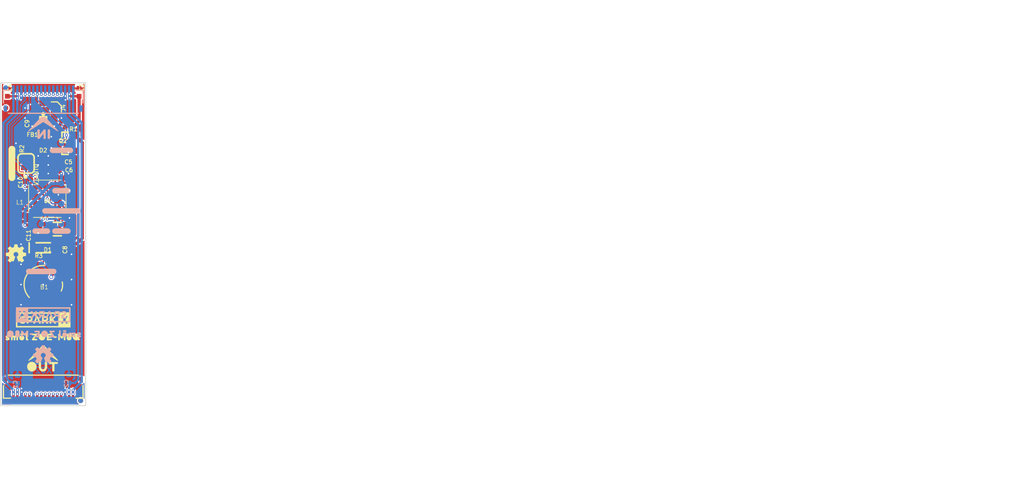
<source format=kicad_pcb>
(kicad_pcb (version 20211014) (generator pcbnew)
  (layers (0 "F.Cu" signal) (1 "In1.Cu" signal) (2 "In2.Cu" signal) (31 "B.Cu" signal) (34 "B.Paste" user) (35 "F.Paste" user) (36 "B.SilkS" user "B.Silkscreen") (37 "F.SilkS" user "F.Silkscreen") (38 "B.Mask" user) (39 "F.Mask" user) (44 "Edge.Cuts" user))
  (net 0 "")
  (net 1 "GND")
  (net 2 "VDD")
  (net 3 "SCLK")
  (net 4 "COPI")
  (net 5 "CIPO")
  (net 6 "CS0")
  (net 7 "CS1")
  (net 8 "CS2")
  (net 9 "GPIO0")
  (net 10 "GPIO1")
  (net 11 "SDA")
  (net 12 "SCL")
  (net 13 "3.3V")
  (net 14 "V_USB")
  (net 15 "V_BCKP")
  (net 16 "N$22")
  (net 17 "N$23")
  (net 18 "N$27")
  (net 19 "N$32")
  (net 20 "ANT")
  (net 21 "N$34")
  (net 22 "N$4")
  (net 23 "RXD")
  (net 24 "TXD")
  (net 25 "~{SAFEBOOT}")
  (net 26 "N$6")
  (net 27 "PROC_PWR_EN")
  (footprint "eagleBoard:OSHW-LOGO-MINI" (layer "F.Cu") (at 145.0721 106.2736)
    (fp_text reference "LOGO2" hide)
    (fp_text value "OSHW-LOGOMINI" hide)
  )
  (footprint "eagleBoard:FIDUCIAL-MICRO" (layer "F.Cu") (at 143.8021 87.8586)
    (fp_text reference "FD1" hide)
    (fp_text value "FIDUCIALUFIDUCIAL" hide)
  )
  (footprint "eagleBoard:0402" (layer "F.Cu") (at 147.9296 92.8751)
    (fp_text reference "D2")
    (fp_text value "PESD0402" hide)
  )
  (footprint "eagleBoard:0806" (layer "F.Cu") (at 145.3261 100.4951 -90)
    (fp_text reference "L1")
    (fp_text value "2.2uH" hide)
  )
  (footprint "eagleBoard:U.FL" (layer "F.Cu") (at 148.5011 88.6206 -90)
    (fp_text reference "J4")
    (fp_text value "U.FL")
  )
  (footprint "eagleBoard:0402-TIGHT" (layer "F.Cu") (at 153.0096 85.8901 90)
    (fp_text reference "C3")
    (fp_text value "2.2uF" hide)
  )
  (footprint "eagleBoard:0402-TIGHT" (layer "F.Cu") (at 151.1046 95.3516)
    (fp_text reference "C6")
    (fp_text value "0.1uF" hide)
  )
  (footprint "eagleBoard:0402-TIGHT" (layer "F.Cu") (at 148.5011 106.7816 180)
    (fp_text reference "R3")
    (fp_text value "1k" hide)
  )
  (footprint "eagleBoard:UBLOX_ZOE_M8-0-10" (layer "F.Cu") (at 149.0091 99.2886)
    (fp_text reference "U1")
    (fp_text value "U-BLOX_ZOE_M8Q-0-10" hide)
  )
  (footprint "eagleBoard:CREATIVE_COMMONS" (layer "F.Cu") (at 188.8871 135.4836)
    (fp_text reference "FRAME1" hide)
    (fp_text value "FRAME-LEDGER" hide)
  )
  (footprint "eagleBoard:0402-TIGHT" (layer "F.Cu") (at 151.7396 90.2716)
    (fp_text reference "R1")
    (fp_text value "100k" hide)
  )
  (footprint "eagleBoard:OUT0" (layer "F.Cu") (at 148.5011 120.4341)
    (fp_text reference "U$14" hide)
    (fp_text value "" hide)
  )
  (footprint "eagleBoard:#V_ANT#0" (layer "F.Cu") (at 144.5641 94.8436 90)
    (fp_text reference "U$5" hide)
    (fp_text value "" hide)
  )
  (footprint "eagleBoard:0402-TIGHT" (layer "F.Cu") (at 146.1516 92.4306 -90)
    (fp_text reference "R2")
    (fp_text value "2" hide)
  )
  (footprint "eagleBoard:SMT-JUMPER_2_NC_TRACE_SILK" (layer "F.Cu") (at 146.3421 94.8436 -90)
    (fp_text reference "V_ANT0")
    (fp_text value "JUMPER-SMT_2_NC_TRACE_SILK" hide)
  )
  (footprint "eagleBoard:0402-TIGHT" (layer "F.Cu") (at 146.9771 103.0986 -90)
    (fp_text reference "C11")
    (fp_text value "0.1uF" hide)
  )
  (footprint "eagleBoard:CRYSTAL-SMD-3.2X1.5MM" (layer "F.Cu") (at 150.2791 103.0986)
    (fp_text reference "X1")
    (fp_text value "32.768kHz" hide)
  )
  (footprint "eagleBoard:SMOL_SMALL" (layer "F.Cu") (at 148.5011 118.5291)
    (fp_text reference "U$3" hide)
    (fp_text value "SMOL_LOGOSMALL" hide)
  )
  (footprint "eagleBoard:0402-TIGHT" (layer "F.Cu") (at 145.3261 98.0186 90)
    (fp_text reference "C10")
    (fp_text value "4.7uF" hide)
  )
  (footprint "eagleBoard:0402-TIGHT" (layer "F.Cu") (at 151.1046 94.3356)
    (fp_text reference "C5")
    (fp_text value "2.2uF" hide)
  )
  (footprint "eagleBoard:SM�L_ZOE#M8Q0" (layer "F.Cu") (at 148.5011 116.6876)
    (fp_text reference "U$12" hide)
    (fp_text value "" hide)
  )
  (footprint "eagleBoard:SOD-323" (layer "F.Cu") (at 148.5011 105.4481)
    (fp_text reference "D1")
    (fp_text value "1A/23V/620mV" hide)
  )
  (footprint "eagleBoard:FPC_16_0.5MM" (layer "F.Cu") (at 148.5011 123.2281 180)
    (fp_text reference "OUT0" hide)
    (fp_text value "" hide)
  )
  (footprint "eagleBoard:0402" (layer "F.Cu") (at 147.9296 91.4781 180)
    (fp_text reference "FB1")
    (fp_text value "FERRITE_BEAD-120_OHM-0402" hide)
  )
  (footprint "eagleBoard:FIDUCIAL-MICRO" (layer "F.Cu") (at 153.2001 124.6886)
    (fp_text reference "FD3" hide)
    (fp_text value "FIDUCIALUFIDUCIAL" hide)
  )
  (footprint "eagleBoard:SPARKX-SMALL" (layer "F.Cu") (at 148.5011 114.5286)
    (fp_text reference "U$1" hide)
    (fp_text value "SPARKX-LOGO3" hide)
  )
  (footprint "eagleBoard:ML414H_IV01E" (layer "F.Cu") (at 148.5011 110.0836)
    (fp_text reference "B1")
    (fp_text value "6.8MM_COIN_CELL" hide)
  )
  (footprint "eagleBoard:SOT23-3" (layer "F.Cu") (at 151.5491 92.3036 90)
    (fp_text reference "Q2")
    (fp_text value "20V/4.2A/52mΩ/1.4W" hide)
  )
  (footprint "eagleBoard:0402-TIGHT" (layer "F.Cu") (at 143.9926 85.8901 90)
    (fp_text reference "C4")
    (fp_text value "2.2uF" hide)
  )
  (footprint "eagleBoard:0402-TIGHT" (layer "F.Cu") (at 150.9141 106.2736 90)
    (fp_text reference "C8")
    (fp_text value "1.0uF" hide)
  )
  (footprint "eagleBoard:0402-TIGHT" (layer "F.Cu") (at 146.1516 90.3986 90)
    (fp_text reference "C9")
    (fp_text value "47PF-0402_TIGHT-25V-5%-X7R" hide)
  )
  (footprint "eagleBoard:ORDERING_INSTRUCTIONS" (layer "F.Cu") (at 162.2171 74.5236)
    (fp_text reference "LOGO1" hide)
    (fp_text value "SPECIAL_INSTRUCTIONS-ORDERING" hide)
  )
  (footprint "eagleBoard:PAD.03X.03" (layer "B.Cu") (at 150.7871 97.3836 180)
    (fp_text reference "VDD0" hide)
    (fp_text value "TEST-POINT3" hide)
  )
  (footprint "eagleBoard:PAD.03X.03" (layer "B.Cu") (at 150.7871 102.4636 180)
    (fp_text reference "TXD0" hide)
    (fp_text value "TEST-POINT3" hide)
  )
  (footprint "eagleBoard:PAD.03X.03" (layer "B.Cu") (at 150.7871 92.3036 180)
    (fp_text reference "GPIO0" hide)
    (fp_text value "TEST-POINT3" hide)
  )
  (footprint "eagleBoard:#V_BCKP#0" (layer "B.Cu") (at 148.2471 108.4326 180)
    (fp_text reference "U$11" hide)
    (fp_text value "" hide)
  )
  (footprint "eagleBoard:0402-TIGHT" (layer "B.Cu") (at 151.7396 121.9581 90)
    (fp_text reference "C2")
    (fp_text value "2.2uF" hide)
  )
  (footprint "eagleBoard:#TXD#0" (layer "B.Cu") (at 150.7871 103.3526 180)
    (fp_text reference "U$8" hide)
    (fp_text value "" hide)
  )
  (footprint "eagleBoard:SPARKX-SMALL" (layer "B.Cu") (at 148.5011 113.8936 180)
    (fp_text reference "U$4" hide)
    (fp_text value "SPARKX-LOGO3" hide)
  )
  (footprint "eagleBoard:0402-TIGHT" (layer "B.Cu") (at 145.2626 122.0216 90)
    (fp_text reference "C1")
    (fp_text value "2.2uF" hide)
  )
  (footprint "eagleBoard:#RXD#0" (layer "B.Cu") (at 148.2471 103.3526 180)
    (fp_text reference "U$9" hide)
    (fp_text value "" hide)
  )
  (footprint "eagleBoard:OSHW-LOGO-MINI" (layer "B.Cu") (at 148.5011 118.9736 180)
    (fp_text reference "LOGO3" hide)
    (fp_text value "OSHW-LOGOMINI" hide)
  )
  (footprint "eagleBoard:PAD.03X.03" (layer "B.Cu") (at 148.2471 107.5436 180)
    (fp_text reference "V_BCKP0" hide)
    (fp_text value "TEST-POINT3" hide)
  )
  (footprint "eagleBoard:##SAFEBOOT##0" (layer "B.Cu") (at 150.7871 100.8126 180)
    (fp_text reference "U$7" hide)
    (fp_text value "" hide)
  )
  (footprint "eagleBoard:#GPIO0#0" (layer "B.Cu") (at 150.7871 93.1926 180)
    (fp_text reference "U$10" hide)
    (fp_text value "" hide)
  )
  (footprint "eagleBoard:SM�L_ZOE#M8Q0" (layer "B.Cu") (at 148.5011 116.3066 180)
    (fp_text reference "U$2" hide)
    (fp_text value "" hide)
  )
  (footprint "eagleBoard:SMOL_SMALL" (layer "B.Cu") (at 148.5011 89.6366 180)
    (fp_text reference "U$13" hide)
    (fp_text value "SMOL_LOGOSMALL" hide)
  )
  (footprint "eagleBoard:FIDUCIAL-MICRO" (layer "B.Cu") (at 153.2001 124.6886 180)
    (fp_text reference "FD4" hide)
    (fp_text value "FIDUCIALUFIDUCIAL" hide)
  )
  (footprint "eagleBoard:PAD.03X.03" (layer "B.Cu") (at 148.2471 102.4636 180)
    (fp_text reference "RXD0" hide)
    (fp_text value "TEST-POINT3" hide)
  )
  (footprint "eagleBoard:#VDD#0" (layer "B.Cu") (at 150.7871 98.2726 180)
    (fp_text reference "U$6" hide)
    (fp_text value "" hide)
  )
  (footprint "eagleBoard:FIDUCIAL-MICRO" (layer "B.Cu") (at 143.8021 85.3186 180)
    (fp_text reference "FD2" hide)
    (fp_text value "FIDUCIALUFIDUCIAL" hide)
  )
  (footprint "eagleBoard:FPC_16_0.5MM" (layer "B.Cu") (at 148.5011 86.7791 180)
    (fp_text reference "IN0" hide)
    (fp_text value "" hide)
  )
  (footprint "eagleBoard:PAD.03X.03" (layer "B.Cu") (at 150.7871 99.9236 180)
    (fp_text reference "!SAFEBOOT!0" hide)
    (fp_text value "TEST-POINT3" hide)
  )
  (footprint "eagleBoard:IN0" (layer "B.Cu") (at 148.5011 91.1606 180)
    (fp_text reference "U$15" hide)
    (fp_text value "" hide)
  )
  (gr_line (start 153.8351 125.3236) (end 153.8351 84.6836) (layer "Edge.Cuts") (width 0.1016))
  (gr_line (start 143.1671 125.3236) (end 153.8351 125.3236) (layer "Edge.Cuts") (width 0.1016))
  (gr_line (start 153.8351 84.6836) (end 143.1671 84.6836) (layer "Edge.Cuts") (width 0.1016))
  (gr_line (start 143.1671 84.6836) (end 143.1671 125.3236) (layer "Edge.Cuts") (width 0.1016))
  (gr_text "X02" (at 147.3581 120.4341) (layer "B.Cu") (effects (font (size 0.75565 0.75565) (thickness 0.13335)) (justify right top mirror)))
  (segment (start 145.7511 124.5781) (end 145.7511 123.6286) (width 0.3048) (layer "F.Cu") (net 1))
  (segment (start 151.2511 123.6132) (end 151.2511 123.1186) (width 0.3048) (layer "F.Cu") (net 1))
  (segment (start 151.2511 124.061382) (end 151.2554 124.057082) (width 0.3048) (layer "F.Cu") (net 1))
  (segment (start 151.29115 86.36635) (end 151.29115 86.83865) (width 0.3048) (layer "F.Cu") (net 1))
  (segment (start 151.2578 123.6199) (end 151.2511 123.6132) (width 0.3048) (layer "F.Cu") (net 1))
  (segment (start 145.7309 86.8188) (end 145.7071 86.8426) (width 0.3048) (layer "F.Cu") (net 1))
  (segment (start 145.7309 86.3346) (end 145.7309 86.8188) (width 0.3048) (layer "F.Cu") (net 1))
  (segment (start 151.2554 124.057082) (end 151.2554 123.6223) (width 0.3048) (layer "F.Cu") (net 1))
  (segment (start 145.7706 123.6091) (end 145.7706 123.1646) (width 0.3048) (layer "F.Cu") (net 1))
  (segment (start 151.2554 123.6223) (end 151.2578 123.6199) (width 0.3048) (layer "F.Cu") (net 1))
  (segment (start 145.7511 123.6286) (end 145.7706 123.6091) (width 0.3048) (layer "F.Cu") (net 1))
  (segment (start 151.29115 86.83865) (end 151.2951 86.8426) (width 0.3048) (layer "F.Cu") (net 1))
  (segment (start 151.2511 124.5781) (end 151.2511 124.061382) (width 0.3048) (layer "F.Cu") (net 1))
  (via (at 149.1361 96.1136) (size 0.3778) (drill 0.2) (layers "F.Cu" "B.Cu") (net 1))
  (via (at 149.5171 92.8751) (size 0.3778) (drill 0.2) (layers "F.Cu" "B.Cu") (net 1))
  (via (at 146.2151 89.1286) (size 0.3778) (drill 0.2) (layers "F.Cu" "B.Cu") (net 1))
  (via (at 151.29115 86.36635) (size 0.3778) (drill 0.2) (layers "F.Cu" "B.Cu") (net 1))
  (via (at 150.7871 89.1286) (size 0.3778) (drill 0.2) (layers "F.Cu" "B.Cu") (net 1))
  (via (at 152.0571 112.6236) (size 0.3778) (drill 0.2) (layers "F.Cu" "B.Cu") (net 1))
  (via (at 145.7706 123.1646) (size 0.3778) (drill 0.2) (layers "F.Cu" "B.Cu") (net 1))
  (via (at 146.2151 87.8586) (size 0.3778) (drill 0.2) (layers "F.Cu" "B.Cu") (net 1))
  (via (at 151.2578 123.6199) (size 0.3778) (drill 0.2) (layers "F.Cu" "B.Cu") (net 1))
  (via (at 150.7871 87.8586) (size 0.3778) (drill 0.2) (layers "F.Cu" "B.Cu") (net 1))
  (via (at 145.7071 86.8426) (size 0.3778) (drill 0.2) (layers "F.Cu" "B.Cu") (net 1))
  (via (at 146.2151 98.2726) (size 0.3778) (drill 0.2) (layers "F.Cu" "B.Cu") (net 1))
  (via (at 149.5171 91.4781) (size 0.3778) (drill 0.2) (layers "F.Cu" "B.Cu") (net 1))
  (via (at 147.1041 90.1446) (size 0.3778) (drill 0.2) (layers "F.Cu" "B.Cu") (net 1))
  (via (at 149.1361 95.0341) (size 0.3778) (drill 0.2) (layers "F.Cu" "B.Cu") (net 1))
  (via (at 151.8031 101.7016) (size 0.3778) (drill 0.2) (layers "F.Cu" "B.Cu") (net 1))
  (via (at 151.6761 93.4466) (size 0.3778) (drill 0.2) (layers "F.Cu" "B.Cu") (net 1))
  (via (at 145.7309 86.3346) (size 0.3778) (drill 0.2) (layers "F.Cu" "B.Cu") (net 1))
  (via (at 149.1361 93.8911) (size 0.3778) (drill 0.2) (layers "F.Cu" "B.Cu") (net 1))
  (via (at 145.7071 107.5436) (size 0.3778) (drill 0.2) (layers "F.Cu" "B.Cu") (net 1))
  (via (at 151.8031 98.2726) (size 0.3778) (drill 0.2) (layers "F.Cu" "B.Cu") (net 1))
  (via (at 150.4061 98.7806) (size 0.3778) (drill 0.2) (layers "F.Cu" "B.Cu") (net 1))
  (via (at 145.7706 123.6091) (size 0.3778) (drill 0.2) (layers "F.Cu" "B.Cu") (net 1))
  (via (at 152.0571 106.2736) (size 0.3778) (drill 0.2) (layers "F.Cu" "B.Cu") (net 1))
  (via (at 152.0571 109.4486) (size 0.3778) (drill 0.2) (layers "F.Cu" "B.Cu") (net 1))
  (via (at 151.6761 96.1136) (size 0.3778) (drill 0.2) (layers "F.Cu" "B.Cu") (net 1))
  (via (at 148.5011 110.0836) (size 0.3778) (drill 0.2) (layers "F.Cu" "B.Cu") (net 1))
  (via (at 145.3261 96.7486) (size 0.3778) (drill 0.2) (layers "F.Cu" "B.Cu") (net 1))
  (via (at 147.8661 93.8911) (size 0.3778) (drill 0.2) (layers "F.Cu" "B.Cu") (net 1))
  (via (at 147.8661 96.1136) (size 0.3778) (drill 0.2) (layers "F.Cu" "B.Cu") (net 1))
  (via (at 147.8661 103.6066) (size 0.3778) (drill 0.2) (layers "F.Cu" "B.Cu") (net 1))
  (via (at 145.0721 92.3036) (size 0.3778) (drill 0.2) (layers "F.Cu" "B.Cu") (net 1))
  (via (at 149.8981 90.1446) (size 0.3778) (drill 0.2) (layers "F.Cu" "B.Cu") (net 1))
  (via (at 151.2951 86.8426) (size 0.3778) (drill 0.2) (layers "F.Cu" "B.Cu") (net 1))
  (via (at 145.7071 110.0836) (size 0.3778) (drill 0.2) (layers "F.Cu" "B.Cu") (net 1))
  (via (at 145.7071 105.0036) (size 0.3778) (drill 0.2) (layers "F.Cu" "B.Cu") (net 1))
  (via (at 145.7071 112.6236) (size 0.3778) (drill 0.2) (layers "F.Cu" "B.Cu") (net 1))
  (via (at 151.2511 123.1186) (size 0.3778) (drill 0.2) (layers "F.Cu" "B.Cu") (net 1))
  (via (at 147.8661 95.0341) (size 0.3778) (drill 0.2) (layers "F.Cu" "B.Cu") (net 1))
  (segment (start 151.2511 85.4291) (end 151.2511 86.3263) (width 0.3048) (layer "B.Cu") (net 1))
  (segment (start 145.7511 85.4291) (end 145.7511 86.3144) (width 0.3048) (layer "B.Cu") (net 1))
  (segment (start 151.2511 86.3263) (end 151.29115 86.36635) (width 0.3048) (layer "B.Cu") (net 1))
  (segment (start 151.2951 86.3703) (end 151.2951 86.8426) (width 0.3048) (layer "B.Cu") (net 1))
  (segment (start 151.2578 123.1253) (end 151.2511 123.1186) (width 0.3048) (layer "B.Cu") (net 1))
  (segment (start 151.29115 86.36635) (end 151.2951 86.3703) (width 0.3048) (layer "B.Cu") (net 1))
  (segment (start 145.7706 123.6091) (end 145.7706 123.1646) (width 0.3048) (layer "B.Cu") (net 1))
  (segment (start 145.7309 86.8188) (end 145.7071 86.8426) (width 0.3048) (layer "B.Cu") (net 1))
  (segment (start 145.7309 86.3346) (end 145.7309 86.8188) (width 0.3048) (layer "B.Cu") (net 1))
  (segment (start 151.2578 123.6199) (end 151.2578 123.1253) (width 0.3048) (layer "B.Cu") (net 1))
  (segment (start 145.7511 86.3144) (end 145.7309 86.3346) (width 0.3048) (layer "B.Cu") (net 1))
  (segment (start 146.2151 102.5906) (end 146.9851 102.5906) (width 0.4064) (layer "F.Cu") (net 2))
  (segment (start 150.6046 92.4591) (end 150.4491 92.3036) (width 0.4064) (layer "F.Cu") (net 2))
  (segment (start 150.6046 94.3356) (end 150.6046 95.3516) (width 0.4064) (layer "F.Cu") (net 2))
  (segment (start 147.5131 102.0626) (end 147.0131 102.5626) (width 0.254) (layer "F.Cu") (net 2))
  (segment (start 146.3421 95.3643) (end 146.3421 96.3676) (width 0.254) (layer "F.Cu") (net 2))
  (segment (start 150.6046 95.9311) (end 150.7871 96.1136) (width 0.4064) (layer "F.Cu") (net 2))
  (segment (start 147.0131 102.5626) (end 146.9771 102.5986) (width 0.254) (layer "F.Cu") (net 2))
  (segment (start 147.0131 101.2846) (end 147.0131 102.5626) (width 0.254) (layer "F.Cu") (net 2))
  (segment (start 150.6046 95.3516) (end 150.6046 95.9311) (width 0.4064) (layer "F.Cu") (net 2))
  (segment (start 150.6046 94.3356) (end 150.6046 92.4591) (width 0.4064) (layer "F.Cu") (net 2))
  (segment (start 146.9851 102.5906) (end 147.0131 102.5626) (width 0.4064) (layer "F.Cu") (net 2))
  (segment (start 147.5131 101.2846) (end 147.5131 102.0626) (width 0.254) (layer "F.Cu") (net 2))
  (via (at 150.7871 96.1136) (size 0.3778) (drill 0.2) (layers "F.Cu" "B.Cu") (net 2))
  (via (at 146.2151 102.5906) (size 0.3778) (drill 0.2) (layers "F.Cu" "B.Cu") (net 2))
  (via (at 146.3421 96.3676) (size 0.3778) (drill 0.2) (layers "F.Cu" "B.Cu") (net 2))
  (segment (start 146.2151 100.6856) (end 146.2151 102.5906) (width 0.4064) (layer "B.Cu") (net 2))
  (segment (start 146.3421 96.3676) (end 148.4376 98.4631) (width 0.3048) (layer "B.Cu") (net 2))
  (segment (start 149.5171 97.3836) (end 148.4376 98.4631) (width 0.4064) (layer "B.Cu") (net 2))
  (segment (start 150.7871 97.3836) (end 149.5171 97.3836) (width 0.4064) (layer "B.Cu") (net 2))
  (segment (start 150.7871 96.1136) (end 150.7871 97.3836) (width 0.4064) (layer "B.Cu") (net 2))
  (segment (start 148.4376 98.4631) (end 146.2151 100.6856) (width 0.4064) (layer "B.Cu") (net 2))
  (segment (start 150.7511 123.8991) (end 150.7511 124.5781) (width 0.3048) (layer "F.Cu") (net 3))
  (segment (start 150.7871 123.8631) (end 150.7511 123.8991) (width 0.3048) (layer "F.Cu") (net 3))
  (via (at 150.7871 123.8631) (size 0.3778) (drill 0.2) (layers "F.Cu" "B.Cu") (net 3))
  (via (at 150.7828 86.1441) (size 0.3778) (drill 0.2) (layers "F.Cu" "B.Cu") (net 3))
  (segment (start 150.7511 86.1124) (end 150.7511 85.4291) (width 0.3048) (layer "B.Cu") (net 3))
  (segment (start 150.7828 86.1441) (end 150.7511 86.1124) (width 0.3048) (layer "B.Cu") (net 3))
  (segment (start 150.2511 123.8911) (end 150.2511 124.5781) (width 0.3048) (layer "F.Cu") (net 4))
  (segment (start 150.2791 123.8631) (end 150.2511 123.8911) (width 0.3048) (layer "F.Cu") (net 4))
  (via (at 150.278 86.1441) (size 0.3778) (drill 0.2) (layers "F.Cu" "B.Cu") (net 4))
  (via (at 150.2791 123.8631) (size 0.3778) (drill 0.2) (layers "F.Cu" "B.Cu") (net 4))
  (segment (start 150.2511 86.1172) (end 150.278 86.1441) (width 0.3048) (layer "B.Cu") (net 4))
  (segment (start 150.2511 85.4291) (end 150.2511 86.1172) (width 0.3048) (layer "B.Cu") (net 4))
  (segment (start 149.7511 123.8863) (end 149.7511 124.5781) (width 0.3048) (layer "F.Cu") (net 5))
  (segment (start 149.7743 123.8631) (end 149.7511 123.8863) (width 0.3048) (layer "F.Cu") (net 5))
  (via (at 149.7732 86.1441) (size 0.3778) (drill 0.2) (layers "F.Cu" "B.Cu") (net 5))
  (via (at 149.7743 123.8631) (size 0.3778) (drill 0.2) (layers "F.Cu" "B.Cu") (net 5))
  (segment (start 149.7511 85.4291) (end 149.7511 86.122) (width 0.3048) (layer "B.Cu") (net 5))
  (segment (start 149.7511 86.122) (end 149.7732 86.1441) (width 0.3048) (layer "B.Cu") (net 5))
  (segment (start 149.2511 124.5781) (end 149.2511 123.8751) (width 0.3048) (layer "F.Cu") (net 6))
  (segment (start 149.2511 123.8751) (end 149.2631 123.8631) (width 0.3048) (layer "F.Cu") (net 6))
  (via (at 149.2684 86.1441) (size 0.3778) (drill 0.2) (layers "F.Cu" "B.Cu") (net 6))
  (via (at 149.2631 123.8631) (size 0.3778) (drill 0.2) (layers "F.Cu" "B.Cu") (net 6))
  (segment (start 149.2511 86.1268) (end 149.2684 86.1441) (width 0.3048) (layer "B.Cu") (net 6))
  (segment (start 149.2511 85.4291) (end 149.2511 86.1268) (width 0.3048) (layer "B.Cu") (net 6))
  (segment (start 148.7511 123.8703) (end 148.7583 123.8631) (width 0.3048) (layer "F.Cu") (net 7))
  (segment (start 148.7511 124.5781) (end 148.7511 123.8703) (width 0.3048) (layer "F.Cu") (net 7))
  (via (at 148.7583 123.8631) (size 0.3778) (drill 0.2) (layers "F.Cu" "B.Cu") (net 7))
  (via (at 148.7636 86.1441) (size 0.3778) (drill 0.2) (layers "F.Cu" "B.Cu") (net 7))
  (segment (start 148.7511 85.4291) (end 148.7511 86.1316) (width 0.3048) (layer "B.Cu") (net 7))
  (segment (start 148.7511 86.1316) (end 148.7636 86.1441) (width 0.3048) (layer "B.Cu") (net 7))
  (segment (start 148.2511 124.5781) (end 148.2511 123.8655) (width 0.3048) (layer "F.Cu") (net 8))
  (segment (start 148.2511 123.8655) (end 148.2535 123.8631) (width 0.3048) (layer "F.Cu") (net 8))
  (via (at 148.2588 86.1441) (size 0.3778) (drill 0.2) (layers "F.Cu" "B.Cu") (net 8))
  (via (at 148.2535 123.8631) (size 0.3778) (drill 0.2) (layers "F.Cu" "B.Cu") (net 8))
  (segment (start 148.2511 85.4291) (end 148.2511 86.1364) (width 0.3048) (layer "B.Cu") (net 8))
  (segment (start 148.2511 86.1364) (end 148.2588 86.1441) (width 0.3048) (layer "B.Cu") (net 8))
  (segment (start 151.4221 92.1266) (end 151.4221 91.2876) (width 0.1524) (layer "F.Cu") (net 9))
  (segment (start 151.4221 90.4541) (end 151.4221 91.0336) (width 0.1524) (layer "F.Cu") (net 9))
  (segment (start 152.5491 93.2536) (end 151.4221 92.1266) (width 0.1524) (layer "F.Cu") (net 9))
  (segment (start 151.2396 90.2716) (end 151.4221 90.4541) (width 0.1524) (layer "F.Cu") (net 9))
  (segment (start 151.4221 91.0336) (end 151.4221 91.2876) (width 0.1524) (layer "F.Cu") (net 9))
  (via (at 147.754 86.1441) (size 0.3778) (drill 0.2) (layers "F.Cu" "B.Cu") (net 9))
  (via (at 151.4221 91.2876) (size 0.3778) (drill 0.2) (layers "F.Cu" "B.Cu") (net 9))
  (segment (start 147.754 85.432) (end 147.754 86.1441) (width 0.3048) (layer "B.Cu") (net 9))
  (segment (start 147.754 86.1441) (end 147.754 86.8575) (width 0.1524) (layer "B.Cu") (net 9))
  (segment (start 151.4221 91.6686) (end 151.4221 91.2876) (width 0.1524) (layer "B.Cu") (net 9))
  (segment (start 150.7871 92.3036) (end 151.4221 91.6686) (width 0.1524) (layer "B.Cu") (net 9))
  (segment (start 147.754 86.8575) (end 151.4221 90.5256) (width 0.1524) (layer "B.Cu") (net 9))
  (segment (start 147.7511 85.4291) (end 147.754 85.432) (width 0.3048) (layer "B.Cu") (net 9))
  (segment (start 151.4221 90.5256) (end 151.4221 91.2876) (width 0.1524) (layer "B.Cu") (net 9))
  (segment (start 147.7511 123.8655) (end 147.7487 123.8631) (width 0.3048) (layer "F.Cu") (net 10))
  (segment (start 147.7511 124.5781) (end 147.7511 123.8655) (width 0.3048) (layer "F.Cu") (net 10))
  (via (at 147.7487 123.8631) (size 0.3778) (drill 0.2) (layers "F.Cu" "B.Cu") (net 10))
  (via (at 147.2492 86.1441) (size 0.3778) (drill 0.2) (layers "F.Cu" "B.Cu") (net 10))
  (segment (start 147.2511 85.4291) (end 147.2511 86.1422) (width 0.3048) (layer "B.Cu") (net 10))
  (segment (start 147.2511 86.1422) (end 147.2492 86.1441) (width 0.3048) (layer "B.Cu") (net 10))
  (segment (start 146.7511 124.5781) (end 146.7511 123.8986) (width 0.3048) (layer "F.Cu") (net 11))
  (segment (start 147.5131 96.5226) (end 147.5131 97.2846) (width 0.254) (layer "F.Cu") (net 11))
  (segment (start 147.4851 96.4946) (end 147.5131 96.5226) (width 0.254) (layer "F.Cu") (net 11))
  (segment (start 146.7511 123.8986) (end 146.7866 123.8631) (width 0.3048) (layer "F.Cu") (net 11))
  (via (at 146.7444 86.1441) (size 0.3778) (drill 0.2) (layers "F.Cu" "B.Cu") (net 11))
  (via (at 146.7866 123.8631) (size 0.3778) (drill 0.2) (layers "F.Cu" "B.Cu") (net 11))
  (via (at 147.4851 96.4946) (size 0.3778) (drill 0.2) (layers "F.Cu" "B.Cu") (net 11))
  (segment (start 146.7444 88.0125) (end 144.5641 90.1928) (width 0.1524) (layer "B.Cu") (net 11))
  (segment (start 146.7511 86.1374) (end 146.7444 86.1441) (width 0.3048) (layer "B.Cu") (net 11))
  (segment (start 147.023618 96.4946) (end 147.4851 96.4946) (width 0.1524) (layer "B.Cu") (net 11))
  (segment (start 146.7511 85.4291) (end 146.7511 86.1374) (width 0.3048) (layer "B.Cu") (net 11))
  (segment (start 144.5641 94.035082) (end 147.023618 96.4946) (width 0.1524) (layer "B.Cu") (net 11))
  (segment (start 144.5641 90.1928) (end 144.5641 94.035082) (width 0.1524) (layer "B.Cu") (net 11))
  (segment (start 146.7444 86.1441) (end 146.7444 88.0125) (width 0.1524) (layer "B.Cu") (net 11))
  (segment (start 147.0131 97.7846) (end 146.2351 97.7846) (width 0.254) (layer "F.Cu") (net 12))
  (segment (start 146.2511 123.8938) (end 146.2818 123.8631) (width 0.3048) (layer "F.Cu") (net 12))
  (segment (start 146.2511 124.5781) (end 146.2511 123.8938) (width 0.3048) (layer "F.Cu") (net 12))
  (segment (start 146.2351 97.7846) (end 146.2151 97.7646) (width 0.254) (layer "F.Cu") (net 12))
  (via (at 146.2151 97.7646) (size 0.3778) (drill 0.2) (layers "F.Cu" "B.Cu") (net 12))
  (via (at 146.2396 86.1441) (size 0.3778) (drill 0.2) (layers "F.Cu" "B.Cu") (net 12))
  (via (at 146.2818 123.8631) (size 0.3778) (drill 0.2) (layers "F.Cu" "B.Cu") (net 12))
  (segment (start 146.2151 96.961575) (end 144.2847 95.031175) (width 0.1524) (layer "B.Cu") (net 12))
  (segment (start 145.5944 88.767363) (end 145.5944 87.509819) (width 0.1524) (layer "B.Cu") (net 12))
  (segment (start 145.5944 87.509819) (end 146.2396 86.864619) (width 0.1524) (layer "B.Cu") (net 12))
  (segment (start 146.2511 85.4291) (end 146.2396 85.4406) (width 0.3048) (layer "B.Cu") (net 12))
  (segment (start 144.2847 90.077063) (end 145.5944 88.767363) (width 0.1524) (layer "B.Cu") (net 12))
  (segment (start 144.2847 95.031175) (end 144.2847 90.077063) (width 0.1524) (layer "B.Cu") (net 12))
  (segment (start 146.2396 85.4406) (end 146.2396 86.1441) (width 0.3048) (layer "B.Cu") (net 12))
  (segment (start 146.2151 97.7646) (end 146.2151 96.961575) (width 0.1524) (layer "B.Cu") (net 12))
  (segment (start 146.2396 86.864619) (end 146.2396 86.1441) (width 0.1524) (layer "B.Cu") (net 12))
  (segment (start 151.7908 86.3901) (end 151.7828 86.3981) (width 0.3048) (layer "F.Cu") (net 13))
  (segment (start 152.698781 104.9528) (end 153.4111 104.240482) (width 0.4064) (layer "F.Cu") (net 13))
  (segment (start 145.2511 124.5781) (end 145.2511 123.8746) (width 0.3048) (layer "F.Cu") (net 13))
  (segment (start 145.2626 86.1441) (end 145.2626 86.3981) (width 0.3048) (layer "F.Cu") (net 13))
  (segment (start 149.6511 105.4481) (end 150.1464 104.9528) (width 0.4064) (layer "F.Cu") (net 13))
  (segment (start 150.1464 104.9528) (end 152.698781 104.9528) (width 0.4064) (layer "F.Cu") (net 13))
  (segment (start 151.7828 86.1441) (end 151.7828 86.3981) (width 0.3048) (layer "F.Cu") (net 13))
  (segment (start 145.2626 123.8631) (end 145.2594 123.8599) (width 0.3048) (layer "F.Cu") (net 13))
  (segment (start 152.5491 90.5811) (end 152.5491 91.3536) (width 0.4064) (layer "F.Cu") (net 13))
  (segment (start 145.2594 123.8599) (end 145.2594 123.3551) (width 0.3048) (layer "F.Cu") (net 13))
  (segment (start 153.0096 86.3901) (end 151.7908 86.3901) (width 0.3048) (layer "F.Cu") (net 13))
  (segment (start 145.2511 123.8746) (end 145.2626 123.8631) (width 0.3048) (layer "F.Cu") (net 13))
  (segment (start 151.7511 123.3777) (end 151.7285 123.3551) (width 0.3048) (layer "F.Cu") (net 13))
  (segment (start 151.7511 124.5781) (end 151.7511 123.3777) (width 0.3048) (layer "F.Cu") (net 13))
  (segment (start 143.9926 86.3901) (end 145.2546 86.3901) (width 0.3048) (layer "F.Cu") (net 13))
  (segment (start 152.2396 90.2716) (end 152.5491 90.5811) (width 0.4064) (layer "F.Cu") (net 13))
  (segment (start 153.4111 104.240482) (end 153.4111 92.2156) (width 0.4064) (layer "F.Cu") (net 13))
  (segment (start 151.7828 86.3981) (end 151.7828 86.5886) (width 0.3048) (layer "F.Cu") (net 13))
  (segment (start 145.2626 86.3981) (end 145.2626 86.5886) (width 0.3048) (layer "F.Cu") (net 13))
  (segment (start 145.2546 86.3901) (end 145.2626 86.3981) (width 0.3048) (layer "F.Cu") (net 13))
  (segment (start 153.4111 92.2156) (end 152.5491 91.3536) (width 0.4064) (layer "F.Cu") (net 13))
  (segment (start 153.0096 89.5016) (end 152.2396 90.2716) (width 0.4064) (layer "F.Cu") (net 13))
  (segment (start 153.0096 86.3901) (end 153.0096 89.5016) (width 0.4064) (layer "F.Cu") (net 13))
  (via (at 151.7828 86.5886) (size 0.3778) (drill 0.2) (layers "F.Cu" "B.Cu") (net 13))
  (via (at 145.2626 86.1441) (size 0.3778) (drill 0.2) (layers "F.Cu" "B.Cu") (net 13))
  (via (at 151.7828 86.1441) (size 0.3778) (drill 0.2) (layers "F.Cu" "B.Cu") (net 13))
  (via (at 151.7285 123.3551) (size 0.3778) (drill 0.2) (layers "F.Cu" "B.Cu") (net 13))
  (via (at 145.2594 123.3551) (size 0.3778) (drill 0.2) (layers "F.Cu" "B.Cu") (net 13))
  (via (at 151.7285 123.8631) (size 0.3778) (drill 0.2) (layers "F.Cu" "B.Cu") (net 13))
  (via (at 145.2626 123.8631) (size 0.3778) (drill 0.2) (layers "F.Cu" "B.Cu") (net 13))
  (via (at 145.2626 86.5886) (size 0.3778) (drill 0.2) (layers "F.Cu" "B.Cu") (net 13))
  (segment (start 151.7828 88.766463) (end 152.8953 89.878963) (width 0.3048) (layer "B.Cu") (net 13))
  (segment (start 151.7396 123.344) (end 151.7285 123.3551) (width 0.3048) (layer "B.Cu") (net 13))
  (segment (start 151.7511 85.4291) (end 151.7511 86.1124) (width 0.3048) (layer "B.Cu") (net 13))
  (segment (start 145.2626 86.624819) (end 145.2626 86.5886) (width 0.3048) (layer "B.Cu") (net 13))
  (segment (start 143.9291 89.929763) (end 145.2388 88.620063) (width 0.3048) (layer "B.Cu") (net 13))
  (segment (start 151.7396 122.4581) (end 151.7476 122.4661) (width 0.4064) (layer "B.Cu") (net 13))
  (segment (start 145.2626 86.1441) (end 145.2626 86.5886) (width 0.3048) (layer "B.Cu") (net 13))
  (segment (start 145.2388 86.648619) (end 145.2626 86.624819) (width 0.3048) (layer "B.Cu") (net 13))
  (segment (start 144.337887 122.3391) (end 143.9291 121.930313) (width 0.3048) (layer "B.Cu") (net 13))
  (segment (start 145.2626 122.5216) (end 145.0801 122.3391) (width 0.3048) (layer "B.Cu") (net 13))
  (segment (start 151.7396 122.4581) (end 151.7396 123.344) (width 0.3048) (layer "B.Cu") (net 13))
  (segment (start 145.2511 86.1326) (end 145.2511 85.4291) (width 0.3048) (layer "B.Cu") (net 13))
  (segment (start 145.0801 122.3391) (end 144.337887 122.3391) (width 0.3048) (layer "B.Cu") (net 13))
  (segment (start 145.2626 123.8631) (end 145.2626 123.3583) (width 0.3048) (layer "B.Cu") (net 13))
  (segment (start 152.493187 122.4581) (end 151.7396 122.4581) (width 0.3048) (layer "B.Cu") (net 13))
  (segment (start 145.2594 122.5248) (end 145.2626 122.5216) (width 0.3048) (layer "B.Cu") (net 13))
  (segment (start 151.7511 86.1124) (end 151.7828 86.1441) (width 0.3048) (layer "B.Cu") (net 13))
  (segment (start 143.9291 121.930313) (end 143.9291 89.929763) (width 0.3048) (layer "B.Cu") (net 13))
  (segment (start 145.2388 88.620063) (end 145.2388 86.648619) (width 0.3048) (layer "B.Cu") (net 13))
  (segment (start 145.2594 123.3551) (end 145.2594 122.5248) (width 0.3048) (layer "B.Cu") (net 13))
  (segment (start 145.2626 86.1441) (end 145.2511 86.1326) (width 0.3048) (layer "B.Cu") (net 13))
  (segment (start 152.8953 89.878963) (end 152.8953 122.055988) (width 0.3048) (layer "B.Cu") (net 13))
  (segment (start 151.7285 123.3551) (end 151.7285 123.8631) (width 0.3048) (layer "B.Cu") (net 13))
  (segment (start 145.2626 123.3583) (end 145.2594 123.3551) (width 0.3048) (layer "B.Cu") (net 13))
  (segment (start 151.7828 86.1441) (end 151.7828 86.5886) (width 0.3048) (layer "B.Cu") (net 13))
  (segment (start 152.8953 122.055988) (end 152.493187 122.4581) (width 0.3048) (layer "B.Cu") (net 13))
  (segment (start 151.7828 86.5886) (end 151.7828 88.766463) (width 0.3048) (layer "B.Cu") (net 13))
  (segment (start 144.7546 124.5746) (end 144.7511 124.5781) (width 0.3048) (layer "F.Cu") (net 14))
  (segment (start 144.7546 123.8631) (end 144.7546 123.366475) (width 0.3048) (layer "F.Cu") (net 14))
  (segment (start 144.7546 123.8631) (end 144.7546 124.5746) (width 0.3048) (layer "F.Cu") (net 14))
  (via (at 144.7546 123.366475) (size 0.3778) (drill 0.2) (layers "F.Cu" "B.Cu") (net 14))
  (via (at 144.7546 123.8631) (size 0.3778) (drill 0.2) (layers "F.Cu" "B.Cu") (net 14))
  (segment (start 143.4973 89.7509) (end 143.4973 122.109175) (width 0.3048) (layer "B.Cu") (net 14))
  (segment (start 144.7511 88.4971) (end 143.4973 89.7509) (width 0.3048) (layer "B.Cu") (net 14))
  (segment (start 143.4973 122.109175) (end 144.7546 123.366475) (width 0.3048) (layer "B.Cu") (net 14))
  (segment (start 144.7511 85.4291) (end 144.7511 88.4971) (width 0.3048) (layer "B.Cu") (net 14))
  (segment (start 144.7546 123.366475) (end 144.7546 123.8631) (width 0.3048) (layer "B.Cu") (net 14))
  (segment (start 150.5231 108.0516) (end 149.5171 109.0576) (width 0.254) (layer "F.Cu") (net 15))
  (segment (start 148.9376 104.8211) (end 148.9376 106.7181) (width 0.254) (layer "F.Cu") (net 15))
  (segment (start 152.9539 101.1936) (end 152.5449 100.7846) (width 0.254) (layer "F.Cu") (net 15))
  (segment (start 150.9141 107.6606) (end 150.5231 108.0516) (width 0.4064) (layer "F.Cu") (net 15))
  (segment (start 150.9141 106.7736) (end 150.9141 107.6606) (width 0.4064) (layer "F.Cu") (net 15))
  (segment (start 149.5171 109.0576) (end 149.5171 109.1311) (width 0.254) (layer "F.Cu") (net 15))
  (segment (start 150.9061 106.7816) (end 150.9141 106.7736) (width 0.4064) (layer "F.Cu") (net 15))
  (segment (start 149.0011 106.7816) (end 150.9061 106.7816) (width 0.4064) (layer "F.Cu") (net 15))
  (segment (start 152.9539 103.9241) (end 152.9539 101.1936) (width 0.254) (layer "F.Cu") (net 15))
  (segment (start 152.9539 103.9241) (end 152.4459 104.4321) (width 0.254) (layer "F.Cu") (net 15))
  (segment (start 152.4459 104.4321) (end 149.3266 104.4321) (width 0.254) (layer "F.Cu") (net 15))
  (segment (start 149.3266 104.4321) (end 148.9376 104.8211) (width 0.254) (layer "F.Cu") (net 15))
  (segment (start 148.9376 106.7181) (end 149.0011 106.7816) (width 0.254) (layer "F.Cu") (net 15))
  (segment (start 152.5449 100.7846) (end 151.0131 100.7846) (width 0.254) (layer "F.Cu") (net 15))
  (via (at 149.5171 109.1311) (size 0.477775) (drill 0.299975) (layers "F.Cu" "B.Cu") (net 15))
  (segment (start 149.5171 109.1311) (end 149.5171 108.8136) (width 0.254) (layer "B.Cu") (net 15))
  (segment (start 149.5171 108.8136) (end 148.2471 107.5436) (width 0.254) (layer "B.Cu") (net 15))
  (segment (start 147.0131 100.7846) (end 146.3066 100.7846) (width 0.254) (layer "F.Cu") (net 16))
  (segment (start 145.6961 101.3951) (end 145.3261 101.3951) (width 0.254) (layer "F.Cu") (net 16))
  (segment (start 146.3066 100.7846) (end 145.6961 101.3951) (width 0.254) (layer "F.Cu") (net 16))
  (segment (start 146.3856 100.2846) (end 145.6961 99.5951) (width 0.254) (layer "F.Cu") (net 17))
  (segment (start 145.6961 99.5951) (end 145.3261 99.5951) (width 0.254) (layer "F.Cu") (net 17))
  (segment (start 147.0131 100.2846) (end 146.3856 100.2846) (width 0.254) (layer "F.Cu") (net 17))
  (segment (start 145.3261 98.5186) (end 145.3261 99.5951) (width 0.254) (layer "F.Cu") (net 17))
  (segment (start 150.7671 103.0986) (end 151.5291 103.0986) (width 0.254) (layer "F.Cu") (net 18))
  (segment (start 150.5131 101.2846) (end 150.5131 102.8446) (width 0.254) (layer "F.Cu") (net 18))
  (segment (start 150.7671 103.0986) (end 150.5131 102.8446) (width 0.254) (layer "F.Cu") (net 18))
  (segment (start 150.0131 101.2846) (end 150.0131 102.8766) (width 0.254) (layer "F.Cu") (net 19))
  (segment (start 149.7911 103.0986) (end 149.0291 103.0986) (width 0.254) (layer "F.Cu") (net 19))
  (segment (start 150.0131 102.8766) (end 149.7911 103.0986) (width 0.254) (layer "F.Cu") (net 19))
  (segment (start 148.5096 91.4781) (end 148.5096 92.8751) (width 0.3048) (layer "F.Cu") (net 20))
  (segment (start 148.5131 97.2846) (end 148.5131 96.5066) (width 0.254) (layer "F.Cu") (net 20))
  (segment (start 148.5011 91.4696) (end 148.5011 90.1456) (width 0.3048) (layer "F.Cu") (net 20))
  (segment (start 148.5096 91.4781) (end 148.5011 91.4696) (width 0.3048) (layer "F.Cu") (net 20))
  (segment (start 148.5131 96.5066) (end 148.5131 92.8786) (width 0.3048) (layer "F.Cu") (net 20))
  (segment (start 148.5131 91.4816) (end 148.5096 91.4781) (width 0.3048) (layer "F.Cu") (net 20))
  (segment (start 148.5131 92.8786) (end 148.5096 92.8751) (width 0.3048) (layer "F.Cu") (net 20))
  (segment (start 146.7701 90.8986) (end 147.3496 91.4781) (width 0.3048) (layer "F.Cu") (net 21))
  (segment (start 146.1516 90.8986) (end 146.7701 90.8986) (width 0.3048) (layer "F.Cu") (net 21))
  (segment (start 146.1516 91.9306) (end 146.1516 90.8986) (width 0.3048) (layer "F.Cu") (net 21))
  (segment (start 146.3421 94.3229) (end 146.1516 94.1324) (width 0.3048) (layer "F.Cu") (net 22))
  (segment (start 146.1516 92.9306) (end 146.1516 94.1324) (width 0.3048) (layer "F.Cu") (net 22))
  (segment (start 148.5131 101.2846) (end 148.5131 101.8166) (width 0.254) (layer "F.Cu") (net 23))
  (segment (start 148.5131 101.8166) (end 148.5011 101.8286) (width 0.254) (layer "F.Cu") (net 23))
  (via (at 148.5011 101.8286) (size 0.3778) (drill 0.2) (layers "F.Cu" "B.Cu") (net 23))
  (segment (start 148.2471 102.0826) (end 148.2471 102.4636) (width 0.254) (layer "B.Cu") (net 23))
  (segment (start 148.5011 101.8286) (end 148.2471 102.0826) (width 0.254) (layer "B.Cu") (net 23))
  (segment (start 149.0131 101.2846) (end 149.0131 101.8246) (width 0.254) (layer "F.Cu") (net 24))
  (segment (start 149.0131 101.8246) (end 149.0091 101.8286) (width 0.254) (layer "F.Cu") (net 24))
  (via (at 149.0091 101.8286) (size 0.3778) (drill 0.2) (layers "F.Cu" "B.Cu") (net 24))
  (segment (start 150.1521 101.8286) (end 150.7871 102.4636) (width 0.254) (layer "B.Cu") (net 24))
  (segment (start 149.0091 101.8286) (end 150.1521 101.8286) (width 0.254) (layer "B.Cu") (net 24))
  (segment (start 148.5131 98.2846) (end 149.0091 98.7806) (width 0.127) (layer "F.Cu") (net 25))
  (segment (start 149.0091 98.7806) (end 149.0091 99.2886) (width 0.127) (layer "F.Cu") (net 25))
  (via (at 149.0091 99.2886) (size 0.3778) (drill 0.2) (layers "F.Cu" "B.Cu") (net 25))
  (segment (start 150.7871 99.9236) (end 149.6441 99.9236) (width 0.1524) (layer "B.Cu") (net 25))
  (segment (start 149.6441 99.9236) (end 149.0091 99.2886) (width 0.1524) (layer "B.Cu") (net 25))
  (segment (start 147.3511 106.1316) (end 148.0011 106.7816) (width 0.4064) (layer "F.Cu") (net 26))
  (segment (start 147.3511 105.4481) (end 147.3511 106.1316) (width 0.4064) (layer "F.Cu") (net 26))
  (segment (start 152.2476 123.8631) (end 152.2476 124.5746) (width 0.3048) (layer "F.Cu") (net 27))
  (segment (start 152.2476 124.5746) (end 152.2511 124.5781) (width 0.3048) (layer "F.Cu") (net 27))
  (segment (start 152.2476 123.8631) (end 152.2476 123.37785) (width 0.3048) (layer "F.Cu") (net 27))
  (segment (start 152.2476 123.37785) (end 152.258975 123.366475) (width 0.3048) (layer "F.Cu") (net 27))
  (via (at 152.258975 123.366475) (size 0.3778) (drill 0.2) (layers "F.Cu" "B.Cu") (net 27))
  (via (at 152.2476 123.8631) (size 0.3778) (drill 0.2) (layers "F.Cu" "B.Cu") (net 27))
  (segment (start 153.3271 122.29835) (end 153.3271 89.7001) (width 0.3048) (layer "B.Cu") (net 27))
  (segment (start 152.2511 88.6241) (end 152.2511 85.4291) (width 0.3048) (layer "B.Cu") (net 27))
  (segment (start 152.2476 123.8631) (end 152.2476 123.37785) (width 0.3048) (layer "B.Cu") (net 27))
  (segment (start 152.258975 123.366475) (end 153.3271 122.29835) (width 0.3048) (layer "B.Cu") (net 27))
  (segment (start 152.2476 123.37785) (end 152.258975 123.366475) (width 0.3048) (layer "B.Cu") (net 27))
  (segment (start 153.3271 89.7001) (end 152.2511 88.6241) (width 0.3048) (layer "B.Cu") (net 27))
  (zone (net 1) (net_name "GND") (layer "F.Cu") (priority 6) (connect_pads (clearance 0.1016)) (min_thickness 0.0762) (fill yes (thermal_gap 0.2024) (thermal_bridge_width 0.2024))
    (polygon (pts (xy 150.6093 97.9678) (xy 146.3929 97.9678) (xy 146.3929 86.1314) (xy 150.6093 86.1314)))
  )
  (zone (net 1) (net_name "GND") (layer "F.Cu") (priority 3) (connect_pads (clearance 0.1524)) (min_thickness 0.1016) (fill yes (thermal_gap 0.2532) (thermal_bridge_width 0.2532))
    (polygon (pts (xy 153.9367 125.4252) (xy 143.0655 125.4252) (xy 143.0655 84.582) (xy 153.9367 84.582)))
  )
  (zone (net 1) (net_name "GND") (layer "B.Cu") (priority 4) (connect_pads (clearance 0.1524)) (min_thickness 0.1016) (fill yes (thermal_gap 0.2532) (thermal_bridge_width 0.2532))
    (polygon (pts (xy 153.9367 125.4252) (xy 143.0655 125.4252) (xy 143.0655 84.582) (xy 153.9367 84.582)))
  )
)
</source>
